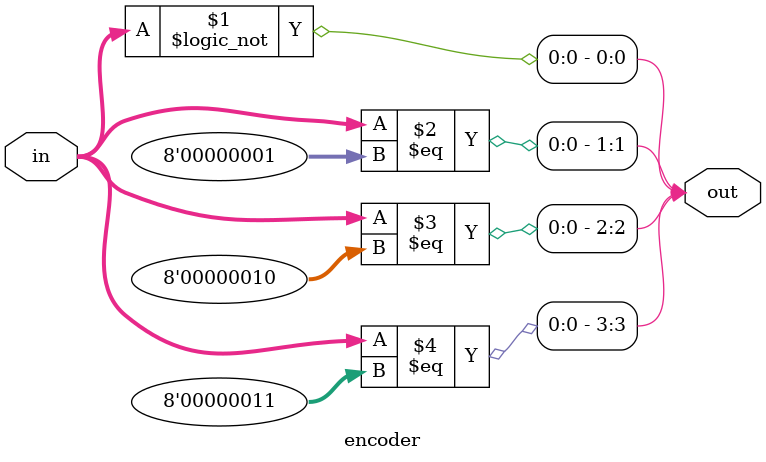
<source format=v>
module encoder # (
    parameter A_WIDTH = 8,
    parameter B_WIDTH = 4
) (
    input  [A_WIDTH - 1 : 0] in,
    output [B_WIDTH - 1 : 0] out
);
    genvar i;
    generate
        for( i = 0 ; i < B_WIDTH ; i++ ) begin
            assign out[i] = (in == i);
        end
    endgenerate
endmodule

</source>
